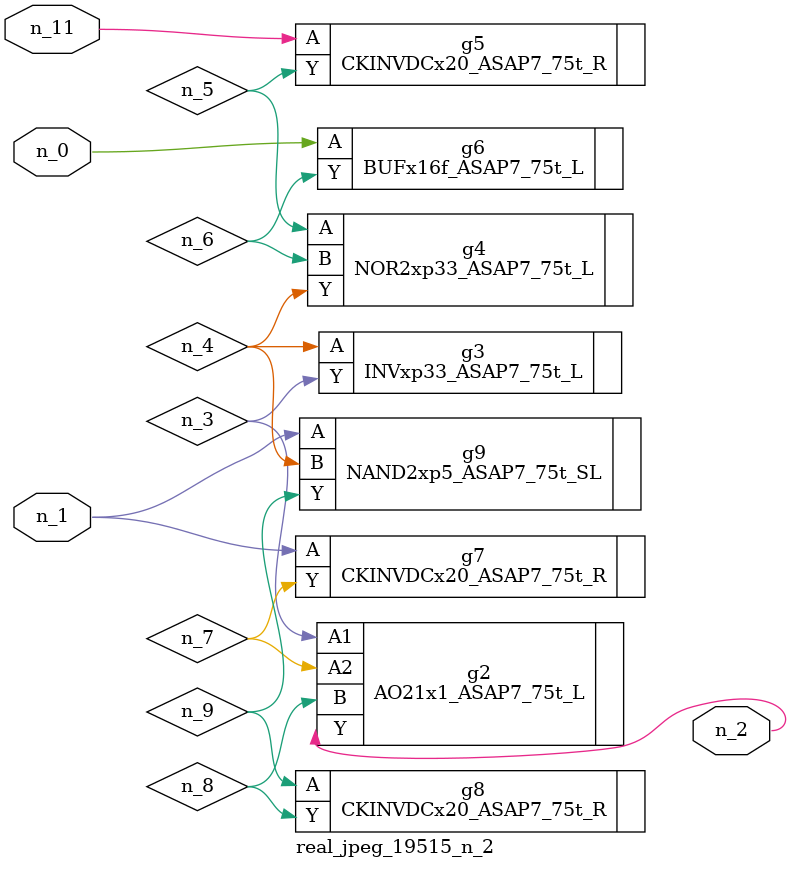
<source format=v>
module real_jpeg_19515_n_2 (n_1, n_11, n_0, n_2);

input n_1;
input n_11;
input n_0;

output n_2;

wire n_5;
wire n_4;
wire n_8;
wire n_6;
wire n_7;
wire n_3;
wire n_9;

BUFx16f_ASAP7_75t_L g6 ( 
.A(n_0),
.Y(n_6)
);

CKINVDCx20_ASAP7_75t_R g7 ( 
.A(n_1),
.Y(n_7)
);

NAND2xp5_ASAP7_75t_SL g9 ( 
.A(n_1),
.B(n_4),
.Y(n_9)
);

AO21x1_ASAP7_75t_L g2 ( 
.A1(n_3),
.A2(n_7),
.B(n_8),
.Y(n_2)
);

INVxp33_ASAP7_75t_L g3 ( 
.A(n_4),
.Y(n_3)
);

NOR2xp33_ASAP7_75t_L g4 ( 
.A(n_5),
.B(n_6),
.Y(n_4)
);

CKINVDCx20_ASAP7_75t_R g8 ( 
.A(n_9),
.Y(n_8)
);

CKINVDCx20_ASAP7_75t_R g5 ( 
.A(n_11),
.Y(n_5)
);


endmodule
</source>
